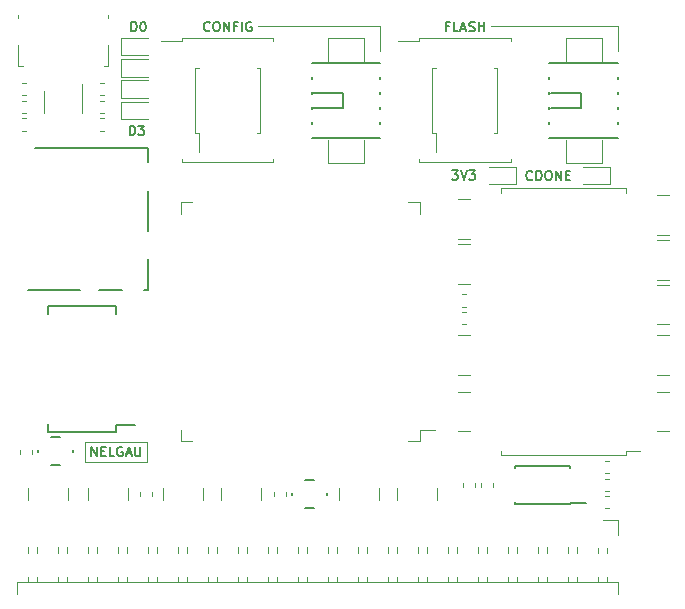
<source format=gbr>
G04 #@! TF.GenerationSoftware,KiCad,Pcbnew,(5.1.6-0-10_14)*
G04 #@! TF.CreationDate,2020-08-15T08:11:16-07:00*
G04 #@! TF.ProjectId,fpga-ice40,66706761-2d69-4636-9534-302e6b696361,r0.1*
G04 #@! TF.SameCoordinates,Original*
G04 #@! TF.FileFunction,Legend,Top*
G04 #@! TF.FilePolarity,Positive*
%FSLAX46Y46*%
G04 Gerber Fmt 4.6, Leading zero omitted, Abs format (unit mm)*
G04 Created by KiCad (PCBNEW (5.1.6-0-10_14)) date 2020-08-15 08:11:16*
%MOMM*%
%LPD*%
G01*
G04 APERTURE LIST*
%ADD10C,0.150000*%
%ADD11C,0.120000*%
%ADD12C,0.200000*%
G04 APERTURE END LIST*
D10*
X173907261Y-82161904D02*
X174402500Y-82161904D01*
X174135833Y-82466666D01*
X174250119Y-82466666D01*
X174326309Y-82504761D01*
X174364404Y-82542857D01*
X174402500Y-82619047D01*
X174402500Y-82809523D01*
X174364404Y-82885714D01*
X174326309Y-82923809D01*
X174250119Y-82961904D01*
X174021547Y-82961904D01*
X173945357Y-82923809D01*
X173907261Y-82885714D01*
X174631071Y-82161904D02*
X174897738Y-82961904D01*
X175164404Y-82161904D01*
X175354880Y-82161904D02*
X175850119Y-82161904D01*
X175583452Y-82466666D01*
X175697738Y-82466666D01*
X175773928Y-82504761D01*
X175812023Y-82542857D01*
X175850119Y-82619047D01*
X175850119Y-82809523D01*
X175812023Y-82885714D01*
X175773928Y-82923809D01*
X175697738Y-82961904D01*
X175469166Y-82961904D01*
X175392976Y-82923809D01*
X175354880Y-82885714D01*
D11*
X187950000Y-70000000D02*
X187950000Y-72050000D01*
X177200000Y-70000000D02*
X187950000Y-70000000D01*
X167850000Y-70000000D02*
X167850000Y-72050000D01*
X157500000Y-70000000D02*
X167850000Y-70000000D01*
D10*
X173647619Y-69992857D02*
X173380952Y-69992857D01*
X173380952Y-70411904D02*
X173380952Y-69611904D01*
X173761904Y-69611904D01*
X174447619Y-70411904D02*
X174066666Y-70411904D01*
X174066666Y-69611904D01*
X174676190Y-70183333D02*
X175057142Y-70183333D01*
X174600000Y-70411904D02*
X174866666Y-69611904D01*
X175133333Y-70411904D01*
X175361904Y-70373809D02*
X175476190Y-70411904D01*
X175666666Y-70411904D01*
X175742857Y-70373809D01*
X175780952Y-70335714D01*
X175819047Y-70259523D01*
X175819047Y-70183333D01*
X175780952Y-70107142D01*
X175742857Y-70069047D01*
X175666666Y-70030952D01*
X175514285Y-69992857D01*
X175438095Y-69954761D01*
X175400000Y-69916666D01*
X175361904Y-69840476D01*
X175361904Y-69764285D01*
X175400000Y-69688095D01*
X175438095Y-69650000D01*
X175514285Y-69611904D01*
X175704761Y-69611904D01*
X175819047Y-69650000D01*
X176161904Y-70411904D02*
X176161904Y-69611904D01*
X176161904Y-69992857D02*
X176619047Y-69992857D01*
X176619047Y-70411904D02*
X176619047Y-69611904D01*
X153394190Y-70335714D02*
X153356095Y-70373809D01*
X153241809Y-70411904D01*
X153165619Y-70411904D01*
X153051333Y-70373809D01*
X152975142Y-70297619D01*
X152937047Y-70221428D01*
X152898952Y-70069047D01*
X152898952Y-69954761D01*
X152937047Y-69802380D01*
X152975142Y-69726190D01*
X153051333Y-69650000D01*
X153165619Y-69611904D01*
X153241809Y-69611904D01*
X153356095Y-69650000D01*
X153394190Y-69688095D01*
X153889428Y-69611904D02*
X154041809Y-69611904D01*
X154118000Y-69650000D01*
X154194190Y-69726190D01*
X154232285Y-69878571D01*
X154232285Y-70145238D01*
X154194190Y-70297619D01*
X154118000Y-70373809D01*
X154041809Y-70411904D01*
X153889428Y-70411904D01*
X153813238Y-70373809D01*
X153737047Y-70297619D01*
X153698952Y-70145238D01*
X153698952Y-69878571D01*
X153737047Y-69726190D01*
X153813238Y-69650000D01*
X153889428Y-69611904D01*
X154575142Y-70411904D02*
X154575142Y-69611904D01*
X155032285Y-70411904D01*
X155032285Y-69611904D01*
X155679904Y-69992857D02*
X155413238Y-69992857D01*
X155413238Y-70411904D02*
X155413238Y-69611904D01*
X155794190Y-69611904D01*
X156098952Y-70411904D02*
X156098952Y-69611904D01*
X156898952Y-69650000D02*
X156822761Y-69611904D01*
X156708476Y-69611904D01*
X156594190Y-69650000D01*
X156518000Y-69726190D01*
X156479904Y-69802380D01*
X156441809Y-69954761D01*
X156441809Y-70069047D01*
X156479904Y-70221428D01*
X156518000Y-70297619D01*
X156594190Y-70373809D01*
X156708476Y-70411904D01*
X156784666Y-70411904D01*
X156898952Y-70373809D01*
X156937047Y-70335714D01*
X156937047Y-70069047D01*
X156784666Y-70069047D01*
X146609523Y-79211904D02*
X146609523Y-78411904D01*
X146800000Y-78411904D01*
X146914285Y-78450000D01*
X146990476Y-78526190D01*
X147028571Y-78602380D01*
X147066666Y-78754761D01*
X147066666Y-78869047D01*
X147028571Y-79021428D01*
X146990476Y-79097619D01*
X146914285Y-79173809D01*
X146800000Y-79211904D01*
X146609523Y-79211904D01*
X147333333Y-78411904D02*
X147828571Y-78411904D01*
X147561904Y-78716666D01*
X147676190Y-78716666D01*
X147752380Y-78754761D01*
X147790476Y-78792857D01*
X147828571Y-78869047D01*
X147828571Y-79059523D01*
X147790476Y-79135714D01*
X147752380Y-79173809D01*
X147676190Y-79211904D01*
X147447619Y-79211904D01*
X147371428Y-79173809D01*
X147333333Y-79135714D01*
X146759523Y-70411904D02*
X146759523Y-69611904D01*
X146950000Y-69611904D01*
X147064285Y-69650000D01*
X147140476Y-69726190D01*
X147178571Y-69802380D01*
X147216666Y-69954761D01*
X147216666Y-70069047D01*
X147178571Y-70221428D01*
X147140476Y-70297619D01*
X147064285Y-70373809D01*
X146950000Y-70411904D01*
X146759523Y-70411904D01*
X147711904Y-69611904D02*
X147788095Y-69611904D01*
X147864285Y-69650000D01*
X147902380Y-69688095D01*
X147940476Y-69764285D01*
X147978571Y-69916666D01*
X147978571Y-70107142D01*
X147940476Y-70259523D01*
X147902380Y-70335714D01*
X147864285Y-70373809D01*
X147788095Y-70411904D01*
X147711904Y-70411904D01*
X147635714Y-70373809D01*
X147597619Y-70335714D01*
X147559523Y-70259523D01*
X147521428Y-70107142D01*
X147521428Y-69916666D01*
X147559523Y-69764285D01*
X147597619Y-69688095D01*
X147635714Y-69650000D01*
X147711904Y-69611904D01*
X180700119Y-82935714D02*
X180662023Y-82973809D01*
X180547738Y-83011904D01*
X180471547Y-83011904D01*
X180357261Y-82973809D01*
X180281071Y-82897619D01*
X180242976Y-82821428D01*
X180204880Y-82669047D01*
X180204880Y-82554761D01*
X180242976Y-82402380D01*
X180281071Y-82326190D01*
X180357261Y-82250000D01*
X180471547Y-82211904D01*
X180547738Y-82211904D01*
X180662023Y-82250000D01*
X180700119Y-82288095D01*
X181042976Y-83011904D02*
X181042976Y-82211904D01*
X181233452Y-82211904D01*
X181347738Y-82250000D01*
X181423928Y-82326190D01*
X181462023Y-82402380D01*
X181500119Y-82554761D01*
X181500119Y-82669047D01*
X181462023Y-82821428D01*
X181423928Y-82897619D01*
X181347738Y-82973809D01*
X181233452Y-83011904D01*
X181042976Y-83011904D01*
X181995357Y-82211904D02*
X182147738Y-82211904D01*
X182223928Y-82250000D01*
X182300119Y-82326190D01*
X182338214Y-82478571D01*
X182338214Y-82745238D01*
X182300119Y-82897619D01*
X182223928Y-82973809D01*
X182147738Y-83011904D01*
X181995357Y-83011904D01*
X181919166Y-82973809D01*
X181842976Y-82897619D01*
X181804880Y-82745238D01*
X181804880Y-82478571D01*
X181842976Y-82326190D01*
X181919166Y-82250000D01*
X181995357Y-82211904D01*
X182681071Y-83011904D02*
X182681071Y-82211904D01*
X183138214Y-83011904D01*
X183138214Y-82211904D01*
X183519166Y-82592857D02*
X183785833Y-82592857D01*
X183900119Y-83011904D02*
X183519166Y-83011904D01*
X183519166Y-82211904D01*
X183900119Y-82211904D01*
D11*
X175112779Y-95210000D02*
X174787221Y-95210000D01*
X175112779Y-94190000D02*
X174787221Y-94190000D01*
X175112779Y-93710000D02*
X174787221Y-93710000D01*
X175112779Y-92690000D02*
X174787221Y-92690000D01*
X191250000Y-100920000D02*
X192250000Y-100920000D01*
X191250000Y-104280000D02*
X192250000Y-104280000D01*
X175450000Y-104280000D02*
X174450000Y-104280000D01*
X175450000Y-100920000D02*
X174450000Y-100920000D01*
X191250000Y-96120000D02*
X192250000Y-96120000D01*
X191250000Y-99480000D02*
X192250000Y-99480000D01*
X175450000Y-99480000D02*
X174450000Y-99480000D01*
X175450000Y-96120000D02*
X174450000Y-96120000D01*
X191250000Y-91870000D02*
X192250000Y-91870000D01*
X191250000Y-95230000D02*
X192250000Y-95230000D01*
X191250000Y-88070000D02*
X192250000Y-88070000D01*
X191250000Y-91430000D02*
X192250000Y-91430000D01*
X175450000Y-91780000D02*
X174450000Y-91780000D01*
X175450000Y-88420000D02*
X174450000Y-88420000D01*
X191250000Y-84270000D02*
X192250000Y-84270000D01*
X191250000Y-87630000D02*
X192250000Y-87630000D01*
X175450000Y-87980000D02*
X174450000Y-87980000D01*
X175450000Y-84620000D02*
X174450000Y-84620000D01*
X142850000Y-105150000D02*
X148050000Y-105150000D01*
X142850000Y-106850000D02*
X148050000Y-106850000D01*
X142850000Y-105150000D02*
X142850000Y-106850000D01*
X148050000Y-105150000D02*
X148050000Y-106850000D01*
D12*
X141825000Y-105850000D02*
X141825000Y-106050000D01*
X138825000Y-105850000D02*
X138825000Y-106050000D01*
X139925000Y-104750000D02*
X140725000Y-104750000D01*
X139925000Y-107150000D02*
X140725000Y-107150000D01*
D11*
X138360000Y-105887221D02*
X138360000Y-106212779D01*
X137340000Y-105887221D02*
X137340000Y-106212779D01*
X148510000Y-109437221D02*
X148510000Y-109762779D01*
X147490000Y-109437221D02*
X147490000Y-109762779D01*
D10*
X183875000Y-110425000D02*
X183875000Y-110325000D01*
X179225000Y-110425000D02*
X179225000Y-110225000D01*
X179225000Y-107175000D02*
X179225000Y-107375000D01*
X183875000Y-107175000D02*
X183875000Y-107375000D01*
X183875000Y-110425000D02*
X179225000Y-110425000D01*
X183875000Y-107175000D02*
X179225000Y-107175000D01*
X183875000Y-110325000D02*
X185225000Y-110325000D01*
D11*
X186837221Y-106790000D02*
X187162779Y-106790000D01*
X186837221Y-107810000D02*
X187162779Y-107810000D01*
X186837221Y-108290000D02*
X187162779Y-108290000D01*
X186837221Y-109310000D02*
X187162779Y-109310000D01*
X187162779Y-110810000D02*
X186837221Y-110810000D01*
X187162779Y-109790000D02*
X186837221Y-109790000D01*
X175860000Y-108962779D02*
X175860000Y-108637221D01*
X174840000Y-108962779D02*
X174840000Y-108637221D01*
X177360000Y-108962779D02*
X177360000Y-108637221D01*
X176340000Y-108962779D02*
X176340000Y-108637221D01*
D10*
X138600000Y-80300000D02*
X148200000Y-80300000D01*
X148200000Y-80300000D02*
X148200000Y-81500000D01*
X148200000Y-83900000D02*
X148200000Y-87300000D01*
X148200000Y-89700000D02*
X148200000Y-92300000D01*
X148200000Y-92300000D02*
X147800000Y-92300000D01*
X146000000Y-92300000D02*
X144000000Y-92300000D01*
X142400000Y-92300000D02*
X138000000Y-92300000D01*
X145425000Y-104325000D02*
X145425000Y-103750000D01*
X139675000Y-104325000D02*
X139675000Y-103675000D01*
X139675000Y-93675000D02*
X139675000Y-94325000D01*
X145425000Y-93675000D02*
X145425000Y-94325000D01*
X145425000Y-104325000D02*
X139675000Y-104325000D01*
X145425000Y-93675000D02*
X139675000Y-93675000D01*
X145425000Y-103750000D02*
X147025000Y-103750000D01*
D11*
X177000000Y-83335000D02*
X179285000Y-83335000D01*
X179285000Y-83335000D02*
X179285000Y-81865000D01*
X179285000Y-81865000D02*
X177000000Y-81865000D01*
X139390000Y-75500000D02*
X139390000Y-77300000D01*
X142610000Y-77300000D02*
X142610000Y-74850000D01*
X144137221Y-77790000D02*
X144462779Y-77790000D01*
X144137221Y-78810000D02*
X144462779Y-78810000D01*
X177747500Y-76250000D02*
X177747500Y-73502500D01*
X177747500Y-73502500D02*
X177465000Y-73502500D01*
X177747500Y-76250000D02*
X177747500Y-78997500D01*
X177747500Y-78997500D02*
X177465000Y-78997500D01*
X172252500Y-76250000D02*
X172252500Y-73502500D01*
X172252500Y-73502500D02*
X172535000Y-73502500D01*
X172252500Y-76250000D02*
X172252500Y-78997500D01*
X172252500Y-78997500D02*
X172535000Y-78997500D01*
X172535000Y-78997500D02*
X172535000Y-80650000D01*
X157665500Y-76250000D02*
X157665500Y-73502500D01*
X157665500Y-73502500D02*
X157383000Y-73502500D01*
X157665500Y-76250000D02*
X157665500Y-78997500D01*
X157665500Y-78997500D02*
X157383000Y-78997500D01*
X152170500Y-76250000D02*
X152170500Y-73502500D01*
X152170500Y-73502500D02*
X152453000Y-73502500D01*
X152170500Y-76250000D02*
X152170500Y-78997500D01*
X152170500Y-78997500D02*
X152453000Y-78997500D01*
X152453000Y-78997500D02*
X152453000Y-80650000D01*
D12*
X163350000Y-109500000D02*
X163350000Y-109700000D01*
X160350000Y-109500000D02*
X160350000Y-109700000D01*
X161450000Y-108400000D02*
X162250000Y-108400000D01*
X161450000Y-110800000D02*
X162250000Y-110800000D01*
D11*
X186575000Y-81520000D02*
X186575000Y-79620000D01*
D10*
X184796000Y-76885000D02*
X182256000Y-76885000D01*
X184796000Y-75615000D02*
X184796000Y-76885000D01*
X182256000Y-75615000D02*
X184796000Y-75615000D01*
X187945600Y-74421200D02*
X187945600Y-74268800D01*
X187945600Y-75691200D02*
X187945600Y-75538800D01*
X187945600Y-76961200D02*
X187945600Y-76783400D01*
X187945600Y-78231200D02*
X187945600Y-78078800D01*
X182154400Y-78078800D02*
X182154400Y-78231200D01*
X182154400Y-76808800D02*
X182154400Y-76961200D01*
X182154400Y-75538800D02*
X182154400Y-75691200D01*
X182154400Y-74268800D02*
X182154400Y-74421200D01*
X187950000Y-73100000D02*
X182150000Y-73100000D01*
X187950000Y-79400000D02*
X182150000Y-79400000D01*
D11*
X183525000Y-81520000D02*
X183525000Y-79620000D01*
X183525000Y-81520000D02*
X186575000Y-81520000D01*
X183525000Y-70980000D02*
X183525000Y-72880000D01*
X186575000Y-70980000D02*
X186575000Y-72880000D01*
X186575000Y-70980000D02*
X183525000Y-70980000D01*
X166475000Y-81520000D02*
X166475000Y-79620000D01*
D10*
X164696000Y-76885000D02*
X162156000Y-76885000D01*
X164696000Y-75615000D02*
X164696000Y-76885000D01*
X162156000Y-75615000D02*
X164696000Y-75615000D01*
X167845600Y-74421200D02*
X167845600Y-74268800D01*
X167845600Y-75691200D02*
X167845600Y-75538800D01*
X167845600Y-76961200D02*
X167845600Y-76783400D01*
X167845600Y-78231200D02*
X167845600Y-78078800D01*
X162054400Y-78078800D02*
X162054400Y-78231200D01*
X162054400Y-76808800D02*
X162054400Y-76961200D01*
X162054400Y-75538800D02*
X162054400Y-75691200D01*
X162054400Y-74268800D02*
X162054400Y-74421200D01*
X167850000Y-73100000D02*
X162050000Y-73100000D01*
X167850000Y-79400000D02*
X162050000Y-79400000D01*
D11*
X163425000Y-81520000D02*
X163425000Y-79620000D01*
X163425000Y-81520000D02*
X166475000Y-81520000D01*
X163425000Y-70980000D02*
X163425000Y-72880000D01*
X166475000Y-70980000D02*
X166475000Y-72880000D01*
X166475000Y-70980000D02*
X163425000Y-70980000D01*
X188000000Y-117030000D02*
X137080000Y-117030000D01*
X137080000Y-117030000D02*
X137080000Y-118030000D01*
X188000000Y-118030000D02*
X188000000Y-117030000D01*
X187050000Y-116632929D02*
X187050000Y-117030000D01*
X186290000Y-116632929D02*
X186290000Y-117030000D01*
X187050000Y-114160000D02*
X187050000Y-114547071D01*
X186290000Y-114160000D02*
X186290000Y-114547071D01*
X184510000Y-116632929D02*
X184510000Y-117030000D01*
X183750000Y-116632929D02*
X183750000Y-117030000D01*
X184510000Y-114092929D02*
X184510000Y-114547071D01*
X183750000Y-114092929D02*
X183750000Y-114547071D01*
X181970000Y-116632929D02*
X181970000Y-117030000D01*
X181210000Y-116632929D02*
X181210000Y-117030000D01*
X181970000Y-114092929D02*
X181970000Y-114547071D01*
X181210000Y-114092929D02*
X181210000Y-114547071D01*
X179430000Y-116632929D02*
X179430000Y-117030000D01*
X178670000Y-116632929D02*
X178670000Y-117030000D01*
X179430000Y-114092929D02*
X179430000Y-114547071D01*
X178670000Y-114092929D02*
X178670000Y-114547071D01*
X176890000Y-116632929D02*
X176890000Y-117030000D01*
X176130000Y-116632929D02*
X176130000Y-117030000D01*
X176890000Y-114092929D02*
X176890000Y-114547071D01*
X176130000Y-114092929D02*
X176130000Y-114547071D01*
X174350000Y-116632929D02*
X174350000Y-117030000D01*
X173590000Y-116632929D02*
X173590000Y-117030000D01*
X174350000Y-114092929D02*
X174350000Y-114547071D01*
X173590000Y-114092929D02*
X173590000Y-114547071D01*
X171810000Y-116632929D02*
X171810000Y-117030000D01*
X171050000Y-116632929D02*
X171050000Y-117030000D01*
X171810000Y-114092929D02*
X171810000Y-114547071D01*
X171050000Y-114092929D02*
X171050000Y-114547071D01*
X169270000Y-116632929D02*
X169270000Y-117030000D01*
X168510000Y-116632929D02*
X168510000Y-117030000D01*
X169270000Y-114092929D02*
X169270000Y-114547071D01*
X168510000Y-114092929D02*
X168510000Y-114547071D01*
X166730000Y-116632929D02*
X166730000Y-117030000D01*
X165970000Y-116632929D02*
X165970000Y-117030000D01*
X166730000Y-114092929D02*
X166730000Y-114547071D01*
X165970000Y-114092929D02*
X165970000Y-114547071D01*
X164190000Y-116632929D02*
X164190000Y-117030000D01*
X163430000Y-116632929D02*
X163430000Y-117030000D01*
X164190000Y-114092929D02*
X164190000Y-114547071D01*
X163430000Y-114092929D02*
X163430000Y-114547071D01*
X161650000Y-116632929D02*
X161650000Y-117030000D01*
X160890000Y-116632929D02*
X160890000Y-117030000D01*
X161650000Y-114092929D02*
X161650000Y-114547071D01*
X160890000Y-114092929D02*
X160890000Y-114547071D01*
X159110000Y-116632929D02*
X159110000Y-117030000D01*
X158350000Y-116632929D02*
X158350000Y-117030000D01*
X159110000Y-114092929D02*
X159110000Y-114547071D01*
X158350000Y-114092929D02*
X158350000Y-114547071D01*
X156570000Y-116632929D02*
X156570000Y-117030000D01*
X155810000Y-116632929D02*
X155810000Y-117030000D01*
X156570000Y-114092929D02*
X156570000Y-114547071D01*
X155810000Y-114092929D02*
X155810000Y-114547071D01*
X154030000Y-116632929D02*
X154030000Y-117030000D01*
X153270000Y-116632929D02*
X153270000Y-117030000D01*
X154030000Y-114092929D02*
X154030000Y-114547071D01*
X153270000Y-114092929D02*
X153270000Y-114547071D01*
X151490000Y-116632929D02*
X151490000Y-117030000D01*
X150730000Y-116632929D02*
X150730000Y-117030000D01*
X151490000Y-114092929D02*
X151490000Y-114547071D01*
X150730000Y-114092929D02*
X150730000Y-114547071D01*
X148950000Y-116632929D02*
X148950000Y-117030000D01*
X148190000Y-116632929D02*
X148190000Y-117030000D01*
X148950000Y-114092929D02*
X148950000Y-114547071D01*
X148190000Y-114092929D02*
X148190000Y-114547071D01*
X146410000Y-116632929D02*
X146410000Y-117030000D01*
X145650000Y-116632929D02*
X145650000Y-117030000D01*
X146410000Y-114092929D02*
X146410000Y-114547071D01*
X145650000Y-114092929D02*
X145650000Y-114547071D01*
X143870000Y-116632929D02*
X143870000Y-117030000D01*
X143110000Y-116632929D02*
X143110000Y-117030000D01*
X143870000Y-114092929D02*
X143870000Y-114547071D01*
X143110000Y-114092929D02*
X143110000Y-114547071D01*
X141330000Y-116632929D02*
X141330000Y-117030000D01*
X140570000Y-116632929D02*
X140570000Y-117030000D01*
X141330000Y-114092929D02*
X141330000Y-114547071D01*
X140570000Y-114092929D02*
X140570000Y-114547071D01*
X138790000Y-116632929D02*
X138790000Y-117030000D01*
X138030000Y-116632929D02*
X138030000Y-117030000D01*
X138790000Y-114092929D02*
X138790000Y-114547071D01*
X138030000Y-114092929D02*
X138030000Y-114547071D01*
X186670000Y-111780000D02*
X187940000Y-111780000D01*
X187940000Y-111780000D02*
X187940000Y-113050000D01*
X151058000Y-71245000D02*
X149243000Y-71245000D01*
X151058000Y-70990000D02*
X151058000Y-71245000D01*
X154918000Y-70990000D02*
X151058000Y-70990000D01*
X158778000Y-70990000D02*
X158778000Y-71245000D01*
X154918000Y-70990000D02*
X158778000Y-70990000D01*
X151058000Y-81510000D02*
X151058000Y-81255000D01*
X154918000Y-81510000D02*
X151058000Y-81510000D01*
X158778000Y-81510000D02*
X158778000Y-81255000D01*
X154918000Y-81510000D02*
X158778000Y-81510000D01*
X146480000Y-109100000D02*
X146480000Y-110100000D01*
X143120000Y-109100000D02*
X143120000Y-110100000D01*
X159860000Y-109437221D02*
X159860000Y-109762779D01*
X158840000Y-109437221D02*
X158840000Y-109762779D01*
X148150000Y-76365000D02*
X145865000Y-76365000D01*
X145865000Y-76365000D02*
X145865000Y-77835000D01*
X145865000Y-77835000D02*
X148150000Y-77835000D01*
X148150000Y-74565000D02*
X145865000Y-74565000D01*
X145865000Y-74565000D02*
X145865000Y-76035000D01*
X145865000Y-76035000D02*
X148150000Y-76035000D01*
X148150000Y-72765000D02*
X145865000Y-72765000D01*
X145865000Y-72765000D02*
X145865000Y-74235000D01*
X145865000Y-74235000D02*
X148150000Y-74235000D01*
X148150000Y-70965000D02*
X145865000Y-70965000D01*
X145865000Y-70965000D02*
X145865000Y-72435000D01*
X145865000Y-72435000D02*
X148150000Y-72435000D01*
X185000000Y-83335000D02*
X187285000Y-83335000D01*
X187285000Y-83335000D02*
X187285000Y-81865000D01*
X187285000Y-81865000D02*
X185000000Y-81865000D01*
X137862779Y-75810000D02*
X137537221Y-75810000D01*
X137862779Y-74790000D02*
X137537221Y-74790000D01*
X137537221Y-76290000D02*
X137862779Y-76290000D01*
X137537221Y-77310000D02*
X137862779Y-77310000D01*
X144462779Y-75810000D02*
X144137221Y-75810000D01*
X144462779Y-74790000D02*
X144137221Y-74790000D01*
X137862779Y-78810000D02*
X137537221Y-78810000D01*
X137862779Y-77790000D02*
X137537221Y-77790000D01*
X144137221Y-76290000D02*
X144462779Y-76290000D01*
X144137221Y-77310000D02*
X144462779Y-77310000D01*
X137190000Y-73310000D02*
X137570000Y-73310000D01*
X137190000Y-69260000D02*
X137190000Y-69000000D01*
X137190000Y-73310000D02*
X137190000Y-71540000D01*
X144810000Y-73310000D02*
X144430000Y-73310000D01*
X144810000Y-71540000D02*
X144810000Y-73310000D01*
X144810000Y-69000000D02*
X144810000Y-69260000D01*
X188640000Y-84100000D02*
X188640000Y-83700000D01*
X178040000Y-84100000D02*
X178040000Y-83700000D01*
X178040000Y-106300000D02*
X178040000Y-105900000D01*
X188640000Y-83700000D02*
X178040000Y-83700000D01*
X188640000Y-106300000D02*
X178040000Y-106300000D01*
X188640000Y-105900000D02*
X188640000Y-106300000D01*
X189840000Y-105900000D02*
X188640000Y-105900000D01*
X172630000Y-109100000D02*
X172630000Y-110100000D01*
X169270000Y-109100000D02*
X169270000Y-110100000D01*
X167730000Y-109100000D02*
X167730000Y-110100000D01*
X164370000Y-109100000D02*
X164370000Y-110100000D01*
X154370000Y-109100000D02*
X154370000Y-110100000D01*
X157730000Y-109100000D02*
X157730000Y-110100000D01*
X152830000Y-109100000D02*
X152830000Y-110100000D01*
X149470000Y-109100000D02*
X149470000Y-110100000D01*
X141380000Y-109100000D02*
X141380000Y-110100000D01*
X138020000Y-109100000D02*
X138020000Y-110100000D01*
X171140000Y-71245000D02*
X169325000Y-71245000D01*
X171140000Y-70990000D02*
X171140000Y-71245000D01*
X175000000Y-70990000D02*
X171140000Y-70990000D01*
X178860000Y-70990000D02*
X178860000Y-71245000D01*
X175000000Y-70990000D02*
X178860000Y-70990000D01*
X171140000Y-81510000D02*
X171140000Y-81255000D01*
X175000000Y-81510000D02*
X171140000Y-81510000D01*
X178860000Y-81510000D02*
X178860000Y-81255000D01*
X175000000Y-81510000D02*
X178860000Y-81510000D01*
X151890000Y-84890000D02*
X150940000Y-84890000D01*
X150940000Y-84890000D02*
X150940000Y-85840000D01*
X170210000Y-84890000D02*
X171160000Y-84890000D01*
X171160000Y-84890000D02*
X171160000Y-85840000D01*
X151890000Y-105110000D02*
X150940000Y-105110000D01*
X150940000Y-105110000D02*
X150940000Y-104160000D01*
X170210000Y-105110000D02*
X171160000Y-105110000D01*
X171160000Y-105110000D02*
X171160000Y-104160000D01*
X171160000Y-104160000D02*
X172450000Y-104160000D01*
D10*
X143373809Y-106361904D02*
X143373809Y-105561904D01*
X143830952Y-106361904D01*
X143830952Y-105561904D01*
X144211904Y-105942857D02*
X144478571Y-105942857D01*
X144592857Y-106361904D02*
X144211904Y-106361904D01*
X144211904Y-105561904D01*
X144592857Y-105561904D01*
X145316666Y-106361904D02*
X144935714Y-106361904D01*
X144935714Y-105561904D01*
X146002380Y-105600000D02*
X145926190Y-105561904D01*
X145811904Y-105561904D01*
X145697619Y-105600000D01*
X145621428Y-105676190D01*
X145583333Y-105752380D01*
X145545238Y-105904761D01*
X145545238Y-106019047D01*
X145583333Y-106171428D01*
X145621428Y-106247619D01*
X145697619Y-106323809D01*
X145811904Y-106361904D01*
X145888095Y-106361904D01*
X146002380Y-106323809D01*
X146040476Y-106285714D01*
X146040476Y-106019047D01*
X145888095Y-106019047D01*
X146345238Y-106133333D02*
X146726190Y-106133333D01*
X146269047Y-106361904D02*
X146535714Y-105561904D01*
X146802380Y-106361904D01*
X147069047Y-105561904D02*
X147069047Y-106209523D01*
X147107142Y-106285714D01*
X147145238Y-106323809D01*
X147221428Y-106361904D01*
X147373809Y-106361904D01*
X147450000Y-106323809D01*
X147488095Y-106285714D01*
X147526190Y-106209523D01*
X147526190Y-105561904D01*
M02*

</source>
